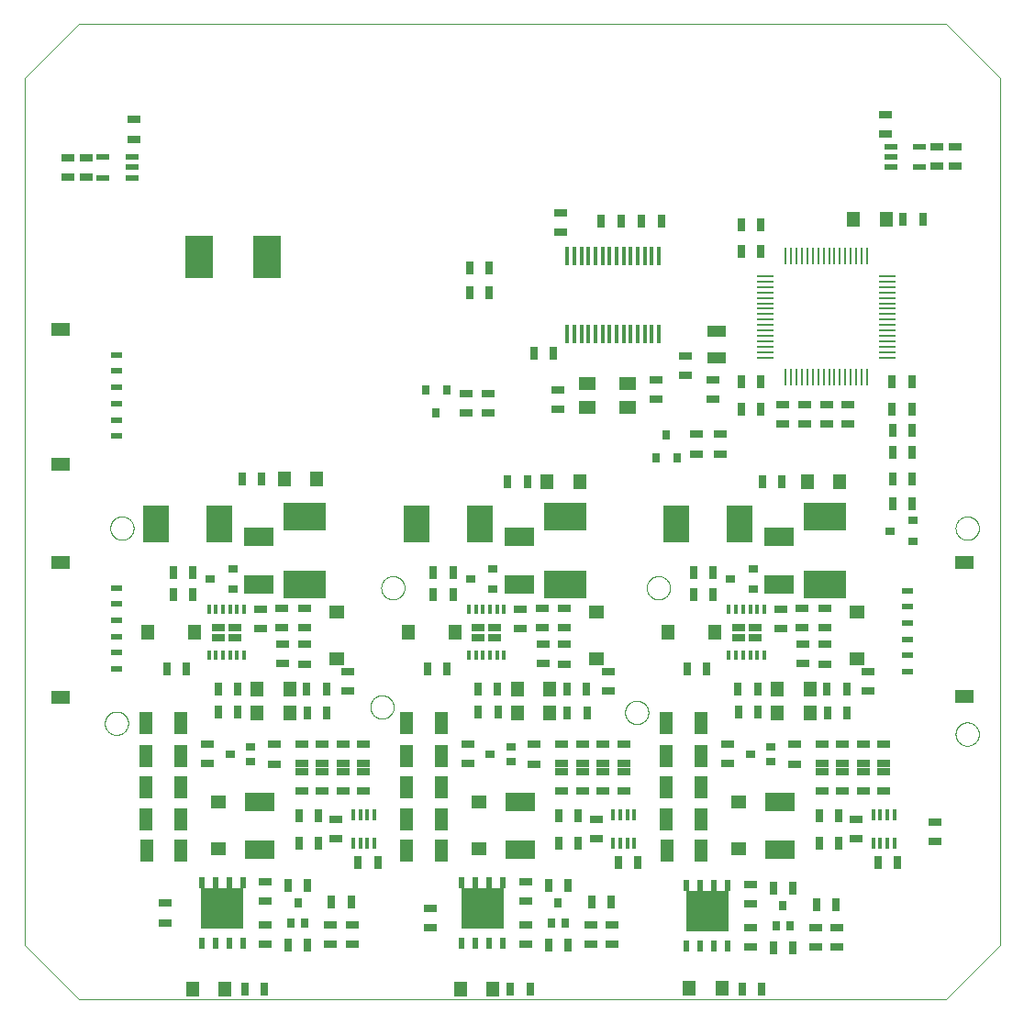
<source format=gtp>
G75*
%MOIN*%
%OFA0B0*%
%FSLAX25Y25*%
%IPPOS*%
%LPD*%
%AMOC8*
5,1,8,0,0,1.08239X$1,22.5*
%
%ADD10C,0.00000*%
%ADD11R,0.04724X0.03150*%
%ADD12R,0.03150X0.04724*%
%ADD13R,0.02756X0.03543*%
%ADD14R,0.02402X0.04016*%
%ADD15R,0.15394X0.15000*%
%ADD16R,0.04724X0.07874*%
%ADD17R,0.15748X0.09843*%
%ADD18R,0.03543X0.03150*%
%ADD19R,0.04724X0.05512*%
%ADD20R,0.03543X0.02756*%
%ADD21R,0.10630X0.07087*%
%ADD22R,0.09500X0.13500*%
%ADD23R,0.05000X0.05787*%
%ADD24R,0.05787X0.05000*%
%ADD25R,0.01654X0.03500*%
%ADD26R,0.05100X0.02806*%
%ADD27R,0.05000X0.02806*%
%ADD28R,0.01772X0.03937*%
%ADD29R,0.03937X0.02362*%
%ADD30R,0.07087X0.04921*%
%ADD31R,0.00984X0.06102*%
%ADD32R,0.06102X0.00984*%
%ADD33R,0.01575X0.06890*%
%ADD34R,0.07087X0.03937*%
%ADD35R,0.06299X0.04921*%
%ADD36R,0.03937X0.00984*%
%ADD37R,0.00984X0.03937*%
%ADD38R,0.04724X0.02362*%
%ADD39R,0.09843X0.15748*%
%ADD40R,0.03150X0.03543*%
D10*
X0025622Y0037433D02*
X0025622Y0352394D01*
X0045307Y0372079D01*
X0360268Y0372079D01*
X0379953Y0352394D01*
X0379953Y0037433D01*
X0360268Y0017748D01*
X0045307Y0017748D01*
X0025622Y0037433D01*
X0054855Y0118142D02*
X0054857Y0118272D01*
X0054863Y0118401D01*
X0054873Y0118531D01*
X0054887Y0118660D01*
X0054905Y0118788D01*
X0054926Y0118916D01*
X0054952Y0119043D01*
X0054982Y0119169D01*
X0055015Y0119295D01*
X0055052Y0119419D01*
X0055093Y0119542D01*
X0055138Y0119664D01*
X0055187Y0119784D01*
X0055239Y0119903D01*
X0055294Y0120020D01*
X0055354Y0120135D01*
X0055417Y0120249D01*
X0055483Y0120360D01*
X0055553Y0120470D01*
X0055626Y0120577D01*
X0055702Y0120682D01*
X0055781Y0120784D01*
X0055864Y0120884D01*
X0055949Y0120982D01*
X0056038Y0121077D01*
X0056129Y0121169D01*
X0056223Y0121258D01*
X0056320Y0121344D01*
X0056420Y0121427D01*
X0056521Y0121508D01*
X0056626Y0121585D01*
X0056732Y0121659D01*
X0056841Y0121729D01*
X0056952Y0121796D01*
X0057065Y0121860D01*
X0057180Y0121920D01*
X0057297Y0121977D01*
X0057415Y0122030D01*
X0057535Y0122079D01*
X0057657Y0122125D01*
X0057779Y0122167D01*
X0057903Y0122205D01*
X0058028Y0122239D01*
X0058154Y0122270D01*
X0058281Y0122297D01*
X0058409Y0122319D01*
X0058537Y0122338D01*
X0058666Y0122353D01*
X0058795Y0122364D01*
X0058925Y0122371D01*
X0059055Y0122374D01*
X0059184Y0122373D01*
X0059314Y0122368D01*
X0059443Y0122359D01*
X0059572Y0122346D01*
X0059701Y0122329D01*
X0059829Y0122308D01*
X0059956Y0122284D01*
X0060083Y0122255D01*
X0060208Y0122223D01*
X0060333Y0122186D01*
X0060456Y0122146D01*
X0060578Y0122103D01*
X0060699Y0122055D01*
X0060818Y0122004D01*
X0060936Y0121949D01*
X0061051Y0121890D01*
X0061165Y0121828D01*
X0061277Y0121763D01*
X0061387Y0121694D01*
X0061495Y0121622D01*
X0061601Y0121547D01*
X0061704Y0121468D01*
X0061805Y0121386D01*
X0061903Y0121301D01*
X0061998Y0121214D01*
X0062091Y0121123D01*
X0062181Y0121030D01*
X0062268Y0120933D01*
X0062352Y0120835D01*
X0062433Y0120733D01*
X0062511Y0120630D01*
X0062585Y0120523D01*
X0062657Y0120415D01*
X0062725Y0120305D01*
X0062789Y0120192D01*
X0062850Y0120078D01*
X0062908Y0119961D01*
X0062962Y0119844D01*
X0063012Y0119724D01*
X0063059Y0119603D01*
X0063102Y0119481D01*
X0063141Y0119357D01*
X0063176Y0119232D01*
X0063208Y0119106D01*
X0063235Y0118980D01*
X0063259Y0118852D01*
X0063279Y0118724D01*
X0063295Y0118595D01*
X0063307Y0118466D01*
X0063315Y0118336D01*
X0063319Y0118207D01*
X0063319Y0118077D01*
X0063315Y0117948D01*
X0063307Y0117818D01*
X0063295Y0117689D01*
X0063279Y0117560D01*
X0063259Y0117432D01*
X0063235Y0117304D01*
X0063208Y0117178D01*
X0063176Y0117052D01*
X0063141Y0116927D01*
X0063102Y0116803D01*
X0063059Y0116681D01*
X0063012Y0116560D01*
X0062962Y0116440D01*
X0062908Y0116323D01*
X0062850Y0116206D01*
X0062789Y0116092D01*
X0062725Y0115979D01*
X0062657Y0115869D01*
X0062585Y0115761D01*
X0062511Y0115654D01*
X0062433Y0115551D01*
X0062352Y0115449D01*
X0062268Y0115351D01*
X0062181Y0115254D01*
X0062091Y0115161D01*
X0061998Y0115070D01*
X0061903Y0114983D01*
X0061805Y0114898D01*
X0061704Y0114816D01*
X0061601Y0114737D01*
X0061495Y0114662D01*
X0061387Y0114590D01*
X0061277Y0114521D01*
X0061165Y0114456D01*
X0061051Y0114394D01*
X0060936Y0114335D01*
X0060818Y0114280D01*
X0060699Y0114229D01*
X0060578Y0114181D01*
X0060456Y0114138D01*
X0060333Y0114098D01*
X0060208Y0114061D01*
X0060083Y0114029D01*
X0059956Y0114000D01*
X0059829Y0113976D01*
X0059701Y0113955D01*
X0059572Y0113938D01*
X0059443Y0113925D01*
X0059314Y0113916D01*
X0059184Y0113911D01*
X0059055Y0113910D01*
X0058925Y0113913D01*
X0058795Y0113920D01*
X0058666Y0113931D01*
X0058537Y0113946D01*
X0058409Y0113965D01*
X0058281Y0113987D01*
X0058154Y0114014D01*
X0058028Y0114045D01*
X0057903Y0114079D01*
X0057779Y0114117D01*
X0057657Y0114159D01*
X0057535Y0114205D01*
X0057415Y0114254D01*
X0057297Y0114307D01*
X0057180Y0114364D01*
X0057065Y0114424D01*
X0056952Y0114488D01*
X0056841Y0114555D01*
X0056732Y0114625D01*
X0056626Y0114699D01*
X0056521Y0114776D01*
X0056420Y0114857D01*
X0056320Y0114940D01*
X0056223Y0115026D01*
X0056129Y0115115D01*
X0056038Y0115207D01*
X0055949Y0115302D01*
X0055864Y0115400D01*
X0055781Y0115500D01*
X0055702Y0115602D01*
X0055626Y0115707D01*
X0055553Y0115814D01*
X0055483Y0115924D01*
X0055417Y0116035D01*
X0055354Y0116149D01*
X0055294Y0116264D01*
X0055239Y0116381D01*
X0055187Y0116500D01*
X0055138Y0116620D01*
X0055093Y0116742D01*
X0055052Y0116865D01*
X0055015Y0116989D01*
X0054982Y0117115D01*
X0054952Y0117241D01*
X0054926Y0117368D01*
X0054905Y0117496D01*
X0054887Y0117624D01*
X0054873Y0117753D01*
X0054863Y0117883D01*
X0054857Y0118012D01*
X0054855Y0118142D01*
X0056823Y0189008D02*
X0056825Y0189138D01*
X0056831Y0189267D01*
X0056841Y0189397D01*
X0056855Y0189526D01*
X0056873Y0189654D01*
X0056894Y0189782D01*
X0056920Y0189909D01*
X0056950Y0190035D01*
X0056983Y0190161D01*
X0057020Y0190285D01*
X0057061Y0190408D01*
X0057106Y0190530D01*
X0057155Y0190650D01*
X0057207Y0190769D01*
X0057262Y0190886D01*
X0057322Y0191001D01*
X0057385Y0191115D01*
X0057451Y0191226D01*
X0057521Y0191336D01*
X0057594Y0191443D01*
X0057670Y0191548D01*
X0057749Y0191650D01*
X0057832Y0191750D01*
X0057917Y0191848D01*
X0058006Y0191943D01*
X0058097Y0192035D01*
X0058191Y0192124D01*
X0058288Y0192210D01*
X0058388Y0192293D01*
X0058489Y0192374D01*
X0058594Y0192451D01*
X0058700Y0192525D01*
X0058809Y0192595D01*
X0058920Y0192662D01*
X0059033Y0192726D01*
X0059148Y0192786D01*
X0059265Y0192843D01*
X0059383Y0192896D01*
X0059503Y0192945D01*
X0059625Y0192991D01*
X0059747Y0193033D01*
X0059871Y0193071D01*
X0059996Y0193105D01*
X0060122Y0193136D01*
X0060249Y0193163D01*
X0060377Y0193185D01*
X0060505Y0193204D01*
X0060634Y0193219D01*
X0060763Y0193230D01*
X0060893Y0193237D01*
X0061023Y0193240D01*
X0061152Y0193239D01*
X0061282Y0193234D01*
X0061411Y0193225D01*
X0061540Y0193212D01*
X0061669Y0193195D01*
X0061797Y0193174D01*
X0061924Y0193150D01*
X0062051Y0193121D01*
X0062176Y0193089D01*
X0062301Y0193052D01*
X0062424Y0193012D01*
X0062546Y0192969D01*
X0062667Y0192921D01*
X0062786Y0192870D01*
X0062904Y0192815D01*
X0063019Y0192756D01*
X0063133Y0192694D01*
X0063245Y0192629D01*
X0063355Y0192560D01*
X0063463Y0192488D01*
X0063569Y0192413D01*
X0063672Y0192334D01*
X0063773Y0192252D01*
X0063871Y0192167D01*
X0063966Y0192080D01*
X0064059Y0191989D01*
X0064149Y0191896D01*
X0064236Y0191799D01*
X0064320Y0191701D01*
X0064401Y0191599D01*
X0064479Y0191496D01*
X0064553Y0191389D01*
X0064625Y0191281D01*
X0064693Y0191171D01*
X0064757Y0191058D01*
X0064818Y0190944D01*
X0064876Y0190827D01*
X0064930Y0190710D01*
X0064980Y0190590D01*
X0065027Y0190469D01*
X0065070Y0190347D01*
X0065109Y0190223D01*
X0065144Y0190098D01*
X0065176Y0189972D01*
X0065203Y0189846D01*
X0065227Y0189718D01*
X0065247Y0189590D01*
X0065263Y0189461D01*
X0065275Y0189332D01*
X0065283Y0189202D01*
X0065287Y0189073D01*
X0065287Y0188943D01*
X0065283Y0188814D01*
X0065275Y0188684D01*
X0065263Y0188555D01*
X0065247Y0188426D01*
X0065227Y0188298D01*
X0065203Y0188170D01*
X0065176Y0188044D01*
X0065144Y0187918D01*
X0065109Y0187793D01*
X0065070Y0187669D01*
X0065027Y0187547D01*
X0064980Y0187426D01*
X0064930Y0187306D01*
X0064876Y0187189D01*
X0064818Y0187072D01*
X0064757Y0186958D01*
X0064693Y0186845D01*
X0064625Y0186735D01*
X0064553Y0186627D01*
X0064479Y0186520D01*
X0064401Y0186417D01*
X0064320Y0186315D01*
X0064236Y0186217D01*
X0064149Y0186120D01*
X0064059Y0186027D01*
X0063966Y0185936D01*
X0063871Y0185849D01*
X0063773Y0185764D01*
X0063672Y0185682D01*
X0063569Y0185603D01*
X0063463Y0185528D01*
X0063355Y0185456D01*
X0063245Y0185387D01*
X0063133Y0185322D01*
X0063019Y0185260D01*
X0062904Y0185201D01*
X0062786Y0185146D01*
X0062667Y0185095D01*
X0062546Y0185047D01*
X0062424Y0185004D01*
X0062301Y0184964D01*
X0062176Y0184927D01*
X0062051Y0184895D01*
X0061924Y0184866D01*
X0061797Y0184842D01*
X0061669Y0184821D01*
X0061540Y0184804D01*
X0061411Y0184791D01*
X0061282Y0184782D01*
X0061152Y0184777D01*
X0061023Y0184776D01*
X0060893Y0184779D01*
X0060763Y0184786D01*
X0060634Y0184797D01*
X0060505Y0184812D01*
X0060377Y0184831D01*
X0060249Y0184853D01*
X0060122Y0184880D01*
X0059996Y0184911D01*
X0059871Y0184945D01*
X0059747Y0184983D01*
X0059625Y0185025D01*
X0059503Y0185071D01*
X0059383Y0185120D01*
X0059265Y0185173D01*
X0059148Y0185230D01*
X0059033Y0185290D01*
X0058920Y0185354D01*
X0058809Y0185421D01*
X0058700Y0185491D01*
X0058594Y0185565D01*
X0058489Y0185642D01*
X0058388Y0185723D01*
X0058288Y0185806D01*
X0058191Y0185892D01*
X0058097Y0185981D01*
X0058006Y0186073D01*
X0057917Y0186168D01*
X0057832Y0186266D01*
X0057749Y0186366D01*
X0057670Y0186468D01*
X0057594Y0186573D01*
X0057521Y0186680D01*
X0057451Y0186790D01*
X0057385Y0186901D01*
X0057322Y0187015D01*
X0057262Y0187130D01*
X0057207Y0187247D01*
X0057155Y0187366D01*
X0057106Y0187486D01*
X0057061Y0187608D01*
X0057020Y0187731D01*
X0056983Y0187855D01*
X0056950Y0187981D01*
X0056920Y0188107D01*
X0056894Y0188234D01*
X0056873Y0188362D01*
X0056855Y0188490D01*
X0056841Y0188619D01*
X0056831Y0188749D01*
X0056825Y0188878D01*
X0056823Y0189008D01*
X0151311Y0124047D02*
X0151313Y0124177D01*
X0151319Y0124306D01*
X0151329Y0124436D01*
X0151343Y0124565D01*
X0151361Y0124693D01*
X0151382Y0124821D01*
X0151408Y0124948D01*
X0151438Y0125074D01*
X0151471Y0125200D01*
X0151508Y0125324D01*
X0151549Y0125447D01*
X0151594Y0125569D01*
X0151643Y0125689D01*
X0151695Y0125808D01*
X0151750Y0125925D01*
X0151810Y0126040D01*
X0151873Y0126154D01*
X0151939Y0126265D01*
X0152009Y0126375D01*
X0152082Y0126482D01*
X0152158Y0126587D01*
X0152237Y0126689D01*
X0152320Y0126789D01*
X0152405Y0126887D01*
X0152494Y0126982D01*
X0152585Y0127074D01*
X0152679Y0127163D01*
X0152776Y0127249D01*
X0152876Y0127332D01*
X0152977Y0127413D01*
X0153082Y0127490D01*
X0153188Y0127564D01*
X0153297Y0127634D01*
X0153408Y0127701D01*
X0153521Y0127765D01*
X0153636Y0127825D01*
X0153753Y0127882D01*
X0153871Y0127935D01*
X0153991Y0127984D01*
X0154113Y0128030D01*
X0154235Y0128072D01*
X0154359Y0128110D01*
X0154484Y0128144D01*
X0154610Y0128175D01*
X0154737Y0128202D01*
X0154865Y0128224D01*
X0154993Y0128243D01*
X0155122Y0128258D01*
X0155251Y0128269D01*
X0155381Y0128276D01*
X0155511Y0128279D01*
X0155640Y0128278D01*
X0155770Y0128273D01*
X0155899Y0128264D01*
X0156028Y0128251D01*
X0156157Y0128234D01*
X0156285Y0128213D01*
X0156412Y0128189D01*
X0156539Y0128160D01*
X0156664Y0128128D01*
X0156789Y0128091D01*
X0156912Y0128051D01*
X0157034Y0128008D01*
X0157155Y0127960D01*
X0157274Y0127909D01*
X0157392Y0127854D01*
X0157507Y0127795D01*
X0157621Y0127733D01*
X0157733Y0127668D01*
X0157843Y0127599D01*
X0157951Y0127527D01*
X0158057Y0127452D01*
X0158160Y0127373D01*
X0158261Y0127291D01*
X0158359Y0127206D01*
X0158454Y0127119D01*
X0158547Y0127028D01*
X0158637Y0126935D01*
X0158724Y0126838D01*
X0158808Y0126740D01*
X0158889Y0126638D01*
X0158967Y0126535D01*
X0159041Y0126428D01*
X0159113Y0126320D01*
X0159181Y0126210D01*
X0159245Y0126097D01*
X0159306Y0125983D01*
X0159364Y0125866D01*
X0159418Y0125749D01*
X0159468Y0125629D01*
X0159515Y0125508D01*
X0159558Y0125386D01*
X0159597Y0125262D01*
X0159632Y0125137D01*
X0159664Y0125011D01*
X0159691Y0124885D01*
X0159715Y0124757D01*
X0159735Y0124629D01*
X0159751Y0124500D01*
X0159763Y0124371D01*
X0159771Y0124241D01*
X0159775Y0124112D01*
X0159775Y0123982D01*
X0159771Y0123853D01*
X0159763Y0123723D01*
X0159751Y0123594D01*
X0159735Y0123465D01*
X0159715Y0123337D01*
X0159691Y0123209D01*
X0159664Y0123083D01*
X0159632Y0122957D01*
X0159597Y0122832D01*
X0159558Y0122708D01*
X0159515Y0122586D01*
X0159468Y0122465D01*
X0159418Y0122345D01*
X0159364Y0122228D01*
X0159306Y0122111D01*
X0159245Y0121997D01*
X0159181Y0121884D01*
X0159113Y0121774D01*
X0159041Y0121666D01*
X0158967Y0121559D01*
X0158889Y0121456D01*
X0158808Y0121354D01*
X0158724Y0121256D01*
X0158637Y0121159D01*
X0158547Y0121066D01*
X0158454Y0120975D01*
X0158359Y0120888D01*
X0158261Y0120803D01*
X0158160Y0120721D01*
X0158057Y0120642D01*
X0157951Y0120567D01*
X0157843Y0120495D01*
X0157733Y0120426D01*
X0157621Y0120361D01*
X0157507Y0120299D01*
X0157392Y0120240D01*
X0157274Y0120185D01*
X0157155Y0120134D01*
X0157034Y0120086D01*
X0156912Y0120043D01*
X0156789Y0120003D01*
X0156664Y0119966D01*
X0156539Y0119934D01*
X0156412Y0119905D01*
X0156285Y0119881D01*
X0156157Y0119860D01*
X0156028Y0119843D01*
X0155899Y0119830D01*
X0155770Y0119821D01*
X0155640Y0119816D01*
X0155511Y0119815D01*
X0155381Y0119818D01*
X0155251Y0119825D01*
X0155122Y0119836D01*
X0154993Y0119851D01*
X0154865Y0119870D01*
X0154737Y0119892D01*
X0154610Y0119919D01*
X0154484Y0119950D01*
X0154359Y0119984D01*
X0154235Y0120022D01*
X0154113Y0120064D01*
X0153991Y0120110D01*
X0153871Y0120159D01*
X0153753Y0120212D01*
X0153636Y0120269D01*
X0153521Y0120329D01*
X0153408Y0120393D01*
X0153297Y0120460D01*
X0153188Y0120530D01*
X0153082Y0120604D01*
X0152977Y0120681D01*
X0152876Y0120762D01*
X0152776Y0120845D01*
X0152679Y0120931D01*
X0152585Y0121020D01*
X0152494Y0121112D01*
X0152405Y0121207D01*
X0152320Y0121305D01*
X0152237Y0121405D01*
X0152158Y0121507D01*
X0152082Y0121612D01*
X0152009Y0121719D01*
X0151939Y0121829D01*
X0151873Y0121940D01*
X0151810Y0122054D01*
X0151750Y0122169D01*
X0151695Y0122286D01*
X0151643Y0122405D01*
X0151594Y0122525D01*
X0151549Y0122647D01*
X0151508Y0122770D01*
X0151471Y0122894D01*
X0151438Y0123020D01*
X0151408Y0123146D01*
X0151382Y0123273D01*
X0151361Y0123401D01*
X0151343Y0123529D01*
X0151329Y0123658D01*
X0151319Y0123788D01*
X0151313Y0123917D01*
X0151311Y0124047D01*
X0155248Y0167354D02*
X0155250Y0167484D01*
X0155256Y0167613D01*
X0155266Y0167743D01*
X0155280Y0167872D01*
X0155298Y0168000D01*
X0155319Y0168128D01*
X0155345Y0168255D01*
X0155375Y0168381D01*
X0155408Y0168507D01*
X0155445Y0168631D01*
X0155486Y0168754D01*
X0155531Y0168876D01*
X0155580Y0168996D01*
X0155632Y0169115D01*
X0155687Y0169232D01*
X0155747Y0169347D01*
X0155810Y0169461D01*
X0155876Y0169572D01*
X0155946Y0169682D01*
X0156019Y0169789D01*
X0156095Y0169894D01*
X0156174Y0169996D01*
X0156257Y0170096D01*
X0156342Y0170194D01*
X0156431Y0170289D01*
X0156522Y0170381D01*
X0156616Y0170470D01*
X0156713Y0170556D01*
X0156813Y0170639D01*
X0156914Y0170720D01*
X0157019Y0170797D01*
X0157125Y0170871D01*
X0157234Y0170941D01*
X0157345Y0171008D01*
X0157458Y0171072D01*
X0157573Y0171132D01*
X0157690Y0171189D01*
X0157808Y0171242D01*
X0157928Y0171291D01*
X0158050Y0171337D01*
X0158172Y0171379D01*
X0158296Y0171417D01*
X0158421Y0171451D01*
X0158547Y0171482D01*
X0158674Y0171509D01*
X0158802Y0171531D01*
X0158930Y0171550D01*
X0159059Y0171565D01*
X0159188Y0171576D01*
X0159318Y0171583D01*
X0159448Y0171586D01*
X0159577Y0171585D01*
X0159707Y0171580D01*
X0159836Y0171571D01*
X0159965Y0171558D01*
X0160094Y0171541D01*
X0160222Y0171520D01*
X0160349Y0171496D01*
X0160476Y0171467D01*
X0160601Y0171435D01*
X0160726Y0171398D01*
X0160849Y0171358D01*
X0160971Y0171315D01*
X0161092Y0171267D01*
X0161211Y0171216D01*
X0161329Y0171161D01*
X0161444Y0171102D01*
X0161558Y0171040D01*
X0161670Y0170975D01*
X0161780Y0170906D01*
X0161888Y0170834D01*
X0161994Y0170759D01*
X0162097Y0170680D01*
X0162198Y0170598D01*
X0162296Y0170513D01*
X0162391Y0170426D01*
X0162484Y0170335D01*
X0162574Y0170242D01*
X0162661Y0170145D01*
X0162745Y0170047D01*
X0162826Y0169945D01*
X0162904Y0169842D01*
X0162978Y0169735D01*
X0163050Y0169627D01*
X0163118Y0169517D01*
X0163182Y0169404D01*
X0163243Y0169290D01*
X0163301Y0169173D01*
X0163355Y0169056D01*
X0163405Y0168936D01*
X0163452Y0168815D01*
X0163495Y0168693D01*
X0163534Y0168569D01*
X0163569Y0168444D01*
X0163601Y0168318D01*
X0163628Y0168192D01*
X0163652Y0168064D01*
X0163672Y0167936D01*
X0163688Y0167807D01*
X0163700Y0167678D01*
X0163708Y0167548D01*
X0163712Y0167419D01*
X0163712Y0167289D01*
X0163708Y0167160D01*
X0163700Y0167030D01*
X0163688Y0166901D01*
X0163672Y0166772D01*
X0163652Y0166644D01*
X0163628Y0166516D01*
X0163601Y0166390D01*
X0163569Y0166264D01*
X0163534Y0166139D01*
X0163495Y0166015D01*
X0163452Y0165893D01*
X0163405Y0165772D01*
X0163355Y0165652D01*
X0163301Y0165535D01*
X0163243Y0165418D01*
X0163182Y0165304D01*
X0163118Y0165191D01*
X0163050Y0165081D01*
X0162978Y0164973D01*
X0162904Y0164866D01*
X0162826Y0164763D01*
X0162745Y0164661D01*
X0162661Y0164563D01*
X0162574Y0164466D01*
X0162484Y0164373D01*
X0162391Y0164282D01*
X0162296Y0164195D01*
X0162198Y0164110D01*
X0162097Y0164028D01*
X0161994Y0163949D01*
X0161888Y0163874D01*
X0161780Y0163802D01*
X0161670Y0163733D01*
X0161558Y0163668D01*
X0161444Y0163606D01*
X0161329Y0163547D01*
X0161211Y0163492D01*
X0161092Y0163441D01*
X0160971Y0163393D01*
X0160849Y0163350D01*
X0160726Y0163310D01*
X0160601Y0163273D01*
X0160476Y0163241D01*
X0160349Y0163212D01*
X0160222Y0163188D01*
X0160094Y0163167D01*
X0159965Y0163150D01*
X0159836Y0163137D01*
X0159707Y0163128D01*
X0159577Y0163123D01*
X0159448Y0163122D01*
X0159318Y0163125D01*
X0159188Y0163132D01*
X0159059Y0163143D01*
X0158930Y0163158D01*
X0158802Y0163177D01*
X0158674Y0163199D01*
X0158547Y0163226D01*
X0158421Y0163257D01*
X0158296Y0163291D01*
X0158172Y0163329D01*
X0158050Y0163371D01*
X0157928Y0163417D01*
X0157808Y0163466D01*
X0157690Y0163519D01*
X0157573Y0163576D01*
X0157458Y0163636D01*
X0157345Y0163700D01*
X0157234Y0163767D01*
X0157125Y0163837D01*
X0157019Y0163911D01*
X0156914Y0163988D01*
X0156813Y0164069D01*
X0156713Y0164152D01*
X0156616Y0164238D01*
X0156522Y0164327D01*
X0156431Y0164419D01*
X0156342Y0164514D01*
X0156257Y0164612D01*
X0156174Y0164712D01*
X0156095Y0164814D01*
X0156019Y0164919D01*
X0155946Y0165026D01*
X0155876Y0165136D01*
X0155810Y0165247D01*
X0155747Y0165361D01*
X0155687Y0165476D01*
X0155632Y0165593D01*
X0155580Y0165712D01*
X0155531Y0165832D01*
X0155486Y0165954D01*
X0155445Y0166077D01*
X0155408Y0166201D01*
X0155375Y0166327D01*
X0155345Y0166453D01*
X0155319Y0166580D01*
X0155298Y0166708D01*
X0155280Y0166836D01*
X0155266Y0166965D01*
X0155256Y0167095D01*
X0155250Y0167224D01*
X0155248Y0167354D01*
X0243831Y0122079D02*
X0243833Y0122209D01*
X0243839Y0122338D01*
X0243849Y0122468D01*
X0243863Y0122597D01*
X0243881Y0122725D01*
X0243902Y0122853D01*
X0243928Y0122980D01*
X0243958Y0123106D01*
X0243991Y0123232D01*
X0244028Y0123356D01*
X0244069Y0123479D01*
X0244114Y0123601D01*
X0244163Y0123721D01*
X0244215Y0123840D01*
X0244270Y0123957D01*
X0244330Y0124072D01*
X0244393Y0124186D01*
X0244459Y0124297D01*
X0244529Y0124407D01*
X0244602Y0124514D01*
X0244678Y0124619D01*
X0244757Y0124721D01*
X0244840Y0124821D01*
X0244925Y0124919D01*
X0245014Y0125014D01*
X0245105Y0125106D01*
X0245199Y0125195D01*
X0245296Y0125281D01*
X0245396Y0125364D01*
X0245497Y0125445D01*
X0245602Y0125522D01*
X0245708Y0125596D01*
X0245817Y0125666D01*
X0245928Y0125733D01*
X0246041Y0125797D01*
X0246156Y0125857D01*
X0246273Y0125914D01*
X0246391Y0125967D01*
X0246511Y0126016D01*
X0246633Y0126062D01*
X0246755Y0126104D01*
X0246879Y0126142D01*
X0247004Y0126176D01*
X0247130Y0126207D01*
X0247257Y0126234D01*
X0247385Y0126256D01*
X0247513Y0126275D01*
X0247642Y0126290D01*
X0247771Y0126301D01*
X0247901Y0126308D01*
X0248031Y0126311D01*
X0248160Y0126310D01*
X0248290Y0126305D01*
X0248419Y0126296D01*
X0248548Y0126283D01*
X0248677Y0126266D01*
X0248805Y0126245D01*
X0248932Y0126221D01*
X0249059Y0126192D01*
X0249184Y0126160D01*
X0249309Y0126123D01*
X0249432Y0126083D01*
X0249554Y0126040D01*
X0249675Y0125992D01*
X0249794Y0125941D01*
X0249912Y0125886D01*
X0250027Y0125827D01*
X0250141Y0125765D01*
X0250253Y0125700D01*
X0250363Y0125631D01*
X0250471Y0125559D01*
X0250577Y0125484D01*
X0250680Y0125405D01*
X0250781Y0125323D01*
X0250879Y0125238D01*
X0250974Y0125151D01*
X0251067Y0125060D01*
X0251157Y0124967D01*
X0251244Y0124870D01*
X0251328Y0124772D01*
X0251409Y0124670D01*
X0251487Y0124567D01*
X0251561Y0124460D01*
X0251633Y0124352D01*
X0251701Y0124242D01*
X0251765Y0124129D01*
X0251826Y0124015D01*
X0251884Y0123898D01*
X0251938Y0123781D01*
X0251988Y0123661D01*
X0252035Y0123540D01*
X0252078Y0123418D01*
X0252117Y0123294D01*
X0252152Y0123169D01*
X0252184Y0123043D01*
X0252211Y0122917D01*
X0252235Y0122789D01*
X0252255Y0122661D01*
X0252271Y0122532D01*
X0252283Y0122403D01*
X0252291Y0122273D01*
X0252295Y0122144D01*
X0252295Y0122014D01*
X0252291Y0121885D01*
X0252283Y0121755D01*
X0252271Y0121626D01*
X0252255Y0121497D01*
X0252235Y0121369D01*
X0252211Y0121241D01*
X0252184Y0121115D01*
X0252152Y0120989D01*
X0252117Y0120864D01*
X0252078Y0120740D01*
X0252035Y0120618D01*
X0251988Y0120497D01*
X0251938Y0120377D01*
X0251884Y0120260D01*
X0251826Y0120143D01*
X0251765Y0120029D01*
X0251701Y0119916D01*
X0251633Y0119806D01*
X0251561Y0119698D01*
X0251487Y0119591D01*
X0251409Y0119488D01*
X0251328Y0119386D01*
X0251244Y0119288D01*
X0251157Y0119191D01*
X0251067Y0119098D01*
X0250974Y0119007D01*
X0250879Y0118920D01*
X0250781Y0118835D01*
X0250680Y0118753D01*
X0250577Y0118674D01*
X0250471Y0118599D01*
X0250363Y0118527D01*
X0250253Y0118458D01*
X0250141Y0118393D01*
X0250027Y0118331D01*
X0249912Y0118272D01*
X0249794Y0118217D01*
X0249675Y0118166D01*
X0249554Y0118118D01*
X0249432Y0118075D01*
X0249309Y0118035D01*
X0249184Y0117998D01*
X0249059Y0117966D01*
X0248932Y0117937D01*
X0248805Y0117913D01*
X0248677Y0117892D01*
X0248548Y0117875D01*
X0248419Y0117862D01*
X0248290Y0117853D01*
X0248160Y0117848D01*
X0248031Y0117847D01*
X0247901Y0117850D01*
X0247771Y0117857D01*
X0247642Y0117868D01*
X0247513Y0117883D01*
X0247385Y0117902D01*
X0247257Y0117924D01*
X0247130Y0117951D01*
X0247004Y0117982D01*
X0246879Y0118016D01*
X0246755Y0118054D01*
X0246633Y0118096D01*
X0246511Y0118142D01*
X0246391Y0118191D01*
X0246273Y0118244D01*
X0246156Y0118301D01*
X0246041Y0118361D01*
X0245928Y0118425D01*
X0245817Y0118492D01*
X0245708Y0118562D01*
X0245602Y0118636D01*
X0245497Y0118713D01*
X0245396Y0118794D01*
X0245296Y0118877D01*
X0245199Y0118963D01*
X0245105Y0119052D01*
X0245014Y0119144D01*
X0244925Y0119239D01*
X0244840Y0119337D01*
X0244757Y0119437D01*
X0244678Y0119539D01*
X0244602Y0119644D01*
X0244529Y0119751D01*
X0244459Y0119861D01*
X0244393Y0119972D01*
X0244330Y0120086D01*
X0244270Y0120201D01*
X0244215Y0120318D01*
X0244163Y0120437D01*
X0244114Y0120557D01*
X0244069Y0120679D01*
X0244028Y0120802D01*
X0243991Y0120926D01*
X0243958Y0121052D01*
X0243928Y0121178D01*
X0243902Y0121305D01*
X0243881Y0121433D01*
X0243863Y0121561D01*
X0243849Y0121690D01*
X0243839Y0121820D01*
X0243833Y0121949D01*
X0243831Y0122079D01*
X0251705Y0167354D02*
X0251707Y0167484D01*
X0251713Y0167613D01*
X0251723Y0167743D01*
X0251737Y0167872D01*
X0251755Y0168000D01*
X0251776Y0168128D01*
X0251802Y0168255D01*
X0251832Y0168381D01*
X0251865Y0168507D01*
X0251902Y0168631D01*
X0251943Y0168754D01*
X0251988Y0168876D01*
X0252037Y0168996D01*
X0252089Y0169115D01*
X0252144Y0169232D01*
X0252204Y0169347D01*
X0252267Y0169461D01*
X0252333Y0169572D01*
X0252403Y0169682D01*
X0252476Y0169789D01*
X0252552Y0169894D01*
X0252631Y0169996D01*
X0252714Y0170096D01*
X0252799Y0170194D01*
X0252888Y0170289D01*
X0252979Y0170381D01*
X0253073Y0170470D01*
X0253170Y0170556D01*
X0253270Y0170639D01*
X0253371Y0170720D01*
X0253476Y0170797D01*
X0253582Y0170871D01*
X0253691Y0170941D01*
X0253802Y0171008D01*
X0253915Y0171072D01*
X0254030Y0171132D01*
X0254147Y0171189D01*
X0254265Y0171242D01*
X0254385Y0171291D01*
X0254507Y0171337D01*
X0254629Y0171379D01*
X0254753Y0171417D01*
X0254878Y0171451D01*
X0255004Y0171482D01*
X0255131Y0171509D01*
X0255259Y0171531D01*
X0255387Y0171550D01*
X0255516Y0171565D01*
X0255645Y0171576D01*
X0255775Y0171583D01*
X0255905Y0171586D01*
X0256034Y0171585D01*
X0256164Y0171580D01*
X0256293Y0171571D01*
X0256422Y0171558D01*
X0256551Y0171541D01*
X0256679Y0171520D01*
X0256806Y0171496D01*
X0256933Y0171467D01*
X0257058Y0171435D01*
X0257183Y0171398D01*
X0257306Y0171358D01*
X0257428Y0171315D01*
X0257549Y0171267D01*
X0257668Y0171216D01*
X0257786Y0171161D01*
X0257901Y0171102D01*
X0258015Y0171040D01*
X0258127Y0170975D01*
X0258237Y0170906D01*
X0258345Y0170834D01*
X0258451Y0170759D01*
X0258554Y0170680D01*
X0258655Y0170598D01*
X0258753Y0170513D01*
X0258848Y0170426D01*
X0258941Y0170335D01*
X0259031Y0170242D01*
X0259118Y0170145D01*
X0259202Y0170047D01*
X0259283Y0169945D01*
X0259361Y0169842D01*
X0259435Y0169735D01*
X0259507Y0169627D01*
X0259575Y0169517D01*
X0259639Y0169404D01*
X0259700Y0169290D01*
X0259758Y0169173D01*
X0259812Y0169056D01*
X0259862Y0168936D01*
X0259909Y0168815D01*
X0259952Y0168693D01*
X0259991Y0168569D01*
X0260026Y0168444D01*
X0260058Y0168318D01*
X0260085Y0168192D01*
X0260109Y0168064D01*
X0260129Y0167936D01*
X0260145Y0167807D01*
X0260157Y0167678D01*
X0260165Y0167548D01*
X0260169Y0167419D01*
X0260169Y0167289D01*
X0260165Y0167160D01*
X0260157Y0167030D01*
X0260145Y0166901D01*
X0260129Y0166772D01*
X0260109Y0166644D01*
X0260085Y0166516D01*
X0260058Y0166390D01*
X0260026Y0166264D01*
X0259991Y0166139D01*
X0259952Y0166015D01*
X0259909Y0165893D01*
X0259862Y0165772D01*
X0259812Y0165652D01*
X0259758Y0165535D01*
X0259700Y0165418D01*
X0259639Y0165304D01*
X0259575Y0165191D01*
X0259507Y0165081D01*
X0259435Y0164973D01*
X0259361Y0164866D01*
X0259283Y0164763D01*
X0259202Y0164661D01*
X0259118Y0164563D01*
X0259031Y0164466D01*
X0258941Y0164373D01*
X0258848Y0164282D01*
X0258753Y0164195D01*
X0258655Y0164110D01*
X0258554Y0164028D01*
X0258451Y0163949D01*
X0258345Y0163874D01*
X0258237Y0163802D01*
X0258127Y0163733D01*
X0258015Y0163668D01*
X0257901Y0163606D01*
X0257786Y0163547D01*
X0257668Y0163492D01*
X0257549Y0163441D01*
X0257428Y0163393D01*
X0257306Y0163350D01*
X0257183Y0163310D01*
X0257058Y0163273D01*
X0256933Y0163241D01*
X0256806Y0163212D01*
X0256679Y0163188D01*
X0256551Y0163167D01*
X0256422Y0163150D01*
X0256293Y0163137D01*
X0256164Y0163128D01*
X0256034Y0163123D01*
X0255905Y0163122D01*
X0255775Y0163125D01*
X0255645Y0163132D01*
X0255516Y0163143D01*
X0255387Y0163158D01*
X0255259Y0163177D01*
X0255131Y0163199D01*
X0255004Y0163226D01*
X0254878Y0163257D01*
X0254753Y0163291D01*
X0254629Y0163329D01*
X0254507Y0163371D01*
X0254385Y0163417D01*
X0254265Y0163466D01*
X0254147Y0163519D01*
X0254030Y0163576D01*
X0253915Y0163636D01*
X0253802Y0163700D01*
X0253691Y0163767D01*
X0253582Y0163837D01*
X0253476Y0163911D01*
X0253371Y0163988D01*
X0253270Y0164069D01*
X0253170Y0164152D01*
X0253073Y0164238D01*
X0252979Y0164327D01*
X0252888Y0164419D01*
X0252799Y0164514D01*
X0252714Y0164612D01*
X0252631Y0164712D01*
X0252552Y0164814D01*
X0252476Y0164919D01*
X0252403Y0165026D01*
X0252333Y0165136D01*
X0252267Y0165247D01*
X0252204Y0165361D01*
X0252144Y0165476D01*
X0252089Y0165593D01*
X0252037Y0165712D01*
X0251988Y0165832D01*
X0251943Y0165954D01*
X0251902Y0166077D01*
X0251865Y0166201D01*
X0251832Y0166327D01*
X0251802Y0166453D01*
X0251776Y0166580D01*
X0251755Y0166708D01*
X0251737Y0166836D01*
X0251723Y0166965D01*
X0251713Y0167095D01*
X0251707Y0167224D01*
X0251705Y0167354D01*
X0363910Y0189008D02*
X0363912Y0189138D01*
X0363918Y0189267D01*
X0363928Y0189397D01*
X0363942Y0189526D01*
X0363960Y0189654D01*
X0363981Y0189782D01*
X0364007Y0189909D01*
X0364037Y0190035D01*
X0364070Y0190161D01*
X0364107Y0190285D01*
X0364148Y0190408D01*
X0364193Y0190530D01*
X0364242Y0190650D01*
X0364294Y0190769D01*
X0364349Y0190886D01*
X0364409Y0191001D01*
X0364472Y0191115D01*
X0364538Y0191226D01*
X0364608Y0191336D01*
X0364681Y0191443D01*
X0364757Y0191548D01*
X0364836Y0191650D01*
X0364919Y0191750D01*
X0365004Y0191848D01*
X0365093Y0191943D01*
X0365184Y0192035D01*
X0365278Y0192124D01*
X0365375Y0192210D01*
X0365475Y0192293D01*
X0365576Y0192374D01*
X0365681Y0192451D01*
X0365787Y0192525D01*
X0365896Y0192595D01*
X0366007Y0192662D01*
X0366120Y0192726D01*
X0366235Y0192786D01*
X0366352Y0192843D01*
X0366470Y0192896D01*
X0366590Y0192945D01*
X0366712Y0192991D01*
X0366834Y0193033D01*
X0366958Y0193071D01*
X0367083Y0193105D01*
X0367209Y0193136D01*
X0367336Y0193163D01*
X0367464Y0193185D01*
X0367592Y0193204D01*
X0367721Y0193219D01*
X0367850Y0193230D01*
X0367980Y0193237D01*
X0368110Y0193240D01*
X0368239Y0193239D01*
X0368369Y0193234D01*
X0368498Y0193225D01*
X0368627Y0193212D01*
X0368756Y0193195D01*
X0368884Y0193174D01*
X0369011Y0193150D01*
X0369138Y0193121D01*
X0369263Y0193089D01*
X0369388Y0193052D01*
X0369511Y0193012D01*
X0369633Y0192969D01*
X0369754Y0192921D01*
X0369873Y0192870D01*
X0369991Y0192815D01*
X0370106Y0192756D01*
X0370220Y0192694D01*
X0370332Y0192629D01*
X0370442Y0192560D01*
X0370550Y0192488D01*
X0370656Y0192413D01*
X0370759Y0192334D01*
X0370860Y0192252D01*
X0370958Y0192167D01*
X0371053Y0192080D01*
X0371146Y0191989D01*
X0371236Y0191896D01*
X0371323Y0191799D01*
X0371407Y0191701D01*
X0371488Y0191599D01*
X0371566Y0191496D01*
X0371640Y0191389D01*
X0371712Y0191281D01*
X0371780Y0191171D01*
X0371844Y0191058D01*
X0371905Y0190944D01*
X0371963Y0190827D01*
X0372017Y0190710D01*
X0372067Y0190590D01*
X0372114Y0190469D01*
X0372157Y0190347D01*
X0372196Y0190223D01*
X0372231Y0190098D01*
X0372263Y0189972D01*
X0372290Y0189846D01*
X0372314Y0189718D01*
X0372334Y0189590D01*
X0372350Y0189461D01*
X0372362Y0189332D01*
X0372370Y0189202D01*
X0372374Y0189073D01*
X0372374Y0188943D01*
X0372370Y0188814D01*
X0372362Y0188684D01*
X0372350Y0188555D01*
X0372334Y0188426D01*
X0372314Y0188298D01*
X0372290Y0188170D01*
X0372263Y0188044D01*
X0372231Y0187918D01*
X0372196Y0187793D01*
X0372157Y0187669D01*
X0372114Y0187547D01*
X0372067Y0187426D01*
X0372017Y0187306D01*
X0371963Y0187189D01*
X0371905Y0187072D01*
X0371844Y0186958D01*
X0371780Y0186845D01*
X0371712Y0186735D01*
X0371640Y0186627D01*
X0371566Y0186520D01*
X0371488Y0186417D01*
X0371407Y0186315D01*
X0371323Y0186217D01*
X0371236Y0186120D01*
X0371146Y0186027D01*
X0371053Y0185936D01*
X0370958Y0185849D01*
X0370860Y0185764D01*
X0370759Y0185682D01*
X0370656Y0185603D01*
X0370550Y0185528D01*
X0370442Y0185456D01*
X0370332Y0185387D01*
X0370220Y0185322D01*
X0370106Y0185260D01*
X0369991Y0185201D01*
X0369873Y0185146D01*
X0369754Y0185095D01*
X0369633Y0185047D01*
X0369511Y0185004D01*
X0369388Y0184964D01*
X0369263Y0184927D01*
X0369138Y0184895D01*
X0369011Y0184866D01*
X0368884Y0184842D01*
X0368756Y0184821D01*
X0368627Y0184804D01*
X0368498Y0184791D01*
X0368369Y0184782D01*
X0368239Y0184777D01*
X0368110Y0184776D01*
X0367980Y0184779D01*
X0367850Y0184786D01*
X0367721Y0184797D01*
X0367592Y0184812D01*
X0367464Y0184831D01*
X0367336Y0184853D01*
X0367209Y0184880D01*
X0367083Y0184911D01*
X0366958Y0184945D01*
X0366834Y0184983D01*
X0366712Y0185025D01*
X0366590Y0185071D01*
X0366470Y0185120D01*
X0366352Y0185173D01*
X0366235Y0185230D01*
X0366120Y0185290D01*
X0366007Y0185354D01*
X0365896Y0185421D01*
X0365787Y0185491D01*
X0365681Y0185565D01*
X0365576Y0185642D01*
X0365475Y0185723D01*
X0365375Y0185806D01*
X0365278Y0185892D01*
X0365184Y0185981D01*
X0365093Y0186073D01*
X0365004Y0186168D01*
X0364919Y0186266D01*
X0364836Y0186366D01*
X0364757Y0186468D01*
X0364681Y0186573D01*
X0364608Y0186680D01*
X0364538Y0186790D01*
X0364472Y0186901D01*
X0364409Y0187015D01*
X0364349Y0187130D01*
X0364294Y0187247D01*
X0364242Y0187366D01*
X0364193Y0187486D01*
X0364148Y0187608D01*
X0364107Y0187731D01*
X0364070Y0187855D01*
X0364037Y0187981D01*
X0364007Y0188107D01*
X0363981Y0188234D01*
X0363960Y0188362D01*
X0363942Y0188490D01*
X0363928Y0188619D01*
X0363918Y0188749D01*
X0363912Y0188878D01*
X0363910Y0189008D01*
X0363910Y0114205D02*
X0363912Y0114335D01*
X0363918Y0114464D01*
X0363928Y0114594D01*
X0363942Y0114723D01*
X0363960Y0114851D01*
X0363981Y0114979D01*
X0364007Y0115106D01*
X0364037Y0115232D01*
X0364070Y0115358D01*
X0364107Y0115482D01*
X0364148Y0115605D01*
X0364193Y0115727D01*
X0364242Y0115847D01*
X0364294Y0115966D01*
X0364349Y0116083D01*
X0364409Y0116198D01*
X0364472Y0116312D01*
X0364538Y0116423D01*
X0364608Y0116533D01*
X0364681Y0116640D01*
X0364757Y0116745D01*
X0364836Y0116847D01*
X0364919Y0116947D01*
X0365004Y0117045D01*
X0365093Y0117140D01*
X0365184Y0117232D01*
X0365278Y0117321D01*
X0365375Y0117407D01*
X0365475Y0117490D01*
X0365576Y0117571D01*
X0365681Y0117648D01*
X0365787Y0117722D01*
X0365896Y0117792D01*
X0366007Y0117859D01*
X0366120Y0117923D01*
X0366235Y0117983D01*
X0366352Y0118040D01*
X0366470Y0118093D01*
X0366590Y0118142D01*
X0366712Y0118188D01*
X0366834Y0118230D01*
X0366958Y0118268D01*
X0367083Y0118302D01*
X0367209Y0118333D01*
X0367336Y0118360D01*
X0367464Y0118382D01*
X0367592Y0118401D01*
X0367721Y0118416D01*
X0367850Y0118427D01*
X0367980Y0118434D01*
X0368110Y0118437D01*
X0368239Y0118436D01*
X0368369Y0118431D01*
X0368498Y0118422D01*
X0368627Y0118409D01*
X0368756Y0118392D01*
X0368884Y0118371D01*
X0369011Y0118347D01*
X0369138Y0118318D01*
X0369263Y0118286D01*
X0369388Y0118249D01*
X0369511Y0118209D01*
X0369633Y0118166D01*
X0369754Y0118118D01*
X0369873Y0118067D01*
X0369991Y0118012D01*
X0370106Y0117953D01*
X0370220Y0117891D01*
X0370332Y0117826D01*
X0370442Y0117757D01*
X0370550Y0117685D01*
X0370656Y0117610D01*
X0370759Y0117531D01*
X0370860Y0117449D01*
X0370958Y0117364D01*
X0371053Y0117277D01*
X0371146Y0117186D01*
X0371236Y0117093D01*
X0371323Y0116996D01*
X0371407Y0116898D01*
X0371488Y0116796D01*
X0371566Y0116693D01*
X0371640Y0116586D01*
X0371712Y0116478D01*
X0371780Y0116368D01*
X0371844Y0116255D01*
X0371905Y0116141D01*
X0371963Y0116024D01*
X0372017Y0115907D01*
X0372067Y0115787D01*
X0372114Y0115666D01*
X0372157Y0115544D01*
X0372196Y0115420D01*
X0372231Y0115295D01*
X0372263Y0115169D01*
X0372290Y0115043D01*
X0372314Y0114915D01*
X0372334Y0114787D01*
X0372350Y0114658D01*
X0372362Y0114529D01*
X0372370Y0114399D01*
X0372374Y0114270D01*
X0372374Y0114140D01*
X0372370Y0114011D01*
X0372362Y0113881D01*
X0372350Y0113752D01*
X0372334Y0113623D01*
X0372314Y0113495D01*
X0372290Y0113367D01*
X0372263Y0113241D01*
X0372231Y0113115D01*
X0372196Y0112990D01*
X0372157Y0112866D01*
X0372114Y0112744D01*
X0372067Y0112623D01*
X0372017Y0112503D01*
X0371963Y0112386D01*
X0371905Y0112269D01*
X0371844Y0112155D01*
X0371780Y0112042D01*
X0371712Y0111932D01*
X0371640Y0111824D01*
X0371566Y0111717D01*
X0371488Y0111614D01*
X0371407Y0111512D01*
X0371323Y0111414D01*
X0371236Y0111317D01*
X0371146Y0111224D01*
X0371053Y0111133D01*
X0370958Y0111046D01*
X0370860Y0110961D01*
X0370759Y0110879D01*
X0370656Y0110800D01*
X0370550Y0110725D01*
X0370442Y0110653D01*
X0370332Y0110584D01*
X0370220Y0110519D01*
X0370106Y0110457D01*
X0369991Y0110398D01*
X0369873Y0110343D01*
X0369754Y0110292D01*
X0369633Y0110244D01*
X0369511Y0110201D01*
X0369388Y0110161D01*
X0369263Y0110124D01*
X0369138Y0110092D01*
X0369011Y0110063D01*
X0368884Y0110039D01*
X0368756Y0110018D01*
X0368627Y0110001D01*
X0368498Y0109988D01*
X0368369Y0109979D01*
X0368239Y0109974D01*
X0368110Y0109973D01*
X0367980Y0109976D01*
X0367850Y0109983D01*
X0367721Y0109994D01*
X0367592Y0110009D01*
X0367464Y0110028D01*
X0367336Y0110050D01*
X0367209Y0110077D01*
X0367083Y0110108D01*
X0366958Y0110142D01*
X0366834Y0110180D01*
X0366712Y0110222D01*
X0366590Y0110268D01*
X0366470Y0110317D01*
X0366352Y0110370D01*
X0366235Y0110427D01*
X0366120Y0110487D01*
X0366007Y0110551D01*
X0365896Y0110618D01*
X0365787Y0110688D01*
X0365681Y0110762D01*
X0365576Y0110839D01*
X0365475Y0110920D01*
X0365375Y0111003D01*
X0365278Y0111089D01*
X0365184Y0111178D01*
X0365093Y0111270D01*
X0365004Y0111365D01*
X0364919Y0111463D01*
X0364836Y0111563D01*
X0364757Y0111665D01*
X0364681Y0111770D01*
X0364608Y0111877D01*
X0364538Y0111987D01*
X0364472Y0112098D01*
X0364409Y0112212D01*
X0364349Y0112327D01*
X0364294Y0112444D01*
X0364242Y0112563D01*
X0364193Y0112683D01*
X0364148Y0112805D01*
X0364107Y0112928D01*
X0364070Y0113052D01*
X0364037Y0113178D01*
X0364007Y0113304D01*
X0363981Y0113431D01*
X0363960Y0113559D01*
X0363942Y0113687D01*
X0363928Y0113816D01*
X0363918Y0113946D01*
X0363912Y0114075D01*
X0363910Y0114205D01*
D11*
X0337866Y0110720D03*
X0337866Y0103634D03*
X0337866Y0100720D03*
X0337866Y0093634D03*
X0330366Y0093634D03*
X0330366Y0100720D03*
X0330366Y0103634D03*
X0330366Y0110720D03*
X0322866Y0110720D03*
X0315366Y0110720D03*
X0315366Y0103634D03*
X0315366Y0100720D03*
X0322866Y0100720D03*
X0322866Y0103634D03*
X0322866Y0093634D03*
X0315366Y0093634D03*
X0305307Y0103378D03*
X0305307Y0110465D03*
X0281173Y0110583D03*
X0281173Y0103496D03*
X0243378Y0103634D03*
X0243378Y0100720D03*
X0243378Y0093634D03*
X0235878Y0093634D03*
X0235878Y0100720D03*
X0235878Y0103634D03*
X0235878Y0110720D03*
X0243378Y0110720D03*
X0228378Y0110720D03*
X0220878Y0110720D03*
X0220878Y0103634D03*
X0220878Y0100720D03*
X0228378Y0100720D03*
X0228378Y0103634D03*
X0228378Y0093634D03*
X0220878Y0093634D03*
X0210819Y0103378D03*
X0210819Y0110465D03*
X0186685Y0110583D03*
X0186685Y0103496D03*
X0148890Y0103634D03*
X0148890Y0100720D03*
X0148890Y0093634D03*
X0141390Y0093634D03*
X0133890Y0093634D03*
X0133890Y0100720D03*
X0133890Y0103634D03*
X0141390Y0103634D03*
X0141390Y0100720D03*
X0141390Y0110720D03*
X0133890Y0110720D03*
X0126390Y0110720D03*
X0126390Y0103634D03*
X0126390Y0100720D03*
X0126390Y0093634D03*
X0116331Y0103378D03*
X0116331Y0110465D03*
X0092197Y0110583D03*
X0092197Y0103496D03*
X0119453Y0139874D03*
X0119453Y0146961D03*
X0119224Y0152799D03*
X0119224Y0159886D03*
X0111402Y0159709D03*
X0111402Y0152622D03*
X0127335Y0152799D03*
X0127327Y0146764D03*
X0127327Y0139677D03*
X0143220Y0136961D03*
X0143220Y0129874D03*
X0148890Y0110720D03*
X0138890Y0083220D03*
X0138890Y0076134D03*
X0113220Y0060661D03*
X0113220Y0053575D03*
X0113220Y0044913D03*
X0113220Y0037827D03*
X0136843Y0037827D03*
X0136843Y0044913D03*
X0144717Y0044913D03*
X0144717Y0037827D03*
X0173260Y0043732D03*
X0173260Y0050819D03*
X0207709Y0053575D03*
X0207709Y0060661D03*
X0207709Y0044913D03*
X0207709Y0037827D03*
X0231331Y0037827D03*
X0231331Y0044913D03*
X0239205Y0044913D03*
X0239205Y0037827D03*
X0233378Y0076134D03*
X0233378Y0083220D03*
X0237709Y0129874D03*
X0237709Y0136961D03*
X0221815Y0139677D03*
X0221815Y0146764D03*
X0221823Y0152799D03*
X0221823Y0159886D03*
X0213713Y0159886D03*
X0213713Y0152799D03*
X0213941Y0146961D03*
X0213941Y0139874D03*
X0205890Y0152622D03*
X0205890Y0159709D03*
X0269717Y0215976D03*
X0269717Y0223063D03*
X0278575Y0223063D03*
X0278575Y0215976D03*
X0275622Y0235740D03*
X0275622Y0242827D03*
X0265780Y0244598D03*
X0265780Y0251685D03*
X0254953Y0242827D03*
X0254953Y0235740D03*
X0219520Y0239224D03*
X0219520Y0232138D03*
X0193929Y0230740D03*
X0193929Y0237827D03*
X0186055Y0237827D03*
X0186055Y0230740D03*
X0220504Y0296606D03*
X0220504Y0303693D03*
X0301213Y0233890D03*
X0301213Y0226803D03*
X0309087Y0226803D03*
X0309087Y0233890D03*
X0316961Y0233890D03*
X0316961Y0226803D03*
X0324835Y0226803D03*
X0324835Y0233890D03*
X0316311Y0159886D03*
X0316311Y0152799D03*
X0316303Y0146764D03*
X0316303Y0139677D03*
X0308429Y0139874D03*
X0308429Y0146961D03*
X0308201Y0152799D03*
X0308201Y0159886D03*
X0300378Y0159709D03*
X0300378Y0152622D03*
X0332197Y0136961D03*
X0332197Y0129874D03*
X0327866Y0083220D03*
X0327866Y0076134D03*
X0356331Y0075228D03*
X0356331Y0082315D03*
X0320898Y0043929D03*
X0320898Y0036843D03*
X0313024Y0036843D03*
X0313024Y0043929D03*
X0289402Y0043929D03*
X0289402Y0036843D03*
X0289402Y0052591D03*
X0289402Y0059677D03*
X0127335Y0159886D03*
X0076803Y0052787D03*
X0076803Y0045701D03*
X0048093Y0316577D03*
X0048093Y0323663D03*
X0041343Y0323663D03*
X0041343Y0316577D03*
X0065593Y0330327D03*
X0065593Y0337413D03*
X0338352Y0339272D03*
X0338352Y0332185D03*
X0357102Y0327522D03*
X0357102Y0320435D03*
X0363852Y0320435D03*
X0363852Y0327522D03*
D12*
X0352000Y0301213D03*
X0344913Y0301213D03*
X0293024Y0299244D03*
X0285937Y0299244D03*
X0285937Y0289402D03*
X0293024Y0289402D03*
X0256941Y0300720D03*
X0249854Y0300720D03*
X0242335Y0300720D03*
X0235248Y0300720D03*
X0194520Y0283496D03*
X0187433Y0283496D03*
X0187433Y0274638D03*
X0194520Y0274638D03*
X0210642Y0252492D03*
X0217728Y0252492D03*
X0208299Y0205740D03*
X0201213Y0205740D03*
X0181283Y0172846D03*
X0174197Y0172846D03*
X0174197Y0164953D03*
X0181283Y0164953D03*
X0179047Y0137945D03*
X0171961Y0137945D03*
X0190425Y0130583D03*
X0197512Y0130583D03*
X0197630Y0122118D03*
X0190543Y0122118D03*
X0222906Y0121961D03*
X0229992Y0121961D03*
X0229795Y0130701D03*
X0222709Y0130701D03*
X0266449Y0137945D03*
X0273535Y0137945D03*
X0284913Y0130583D03*
X0292000Y0130583D03*
X0292118Y0122118D03*
X0285031Y0122118D03*
X0317394Y0121961D03*
X0324480Y0121961D03*
X0324283Y0130701D03*
X0317197Y0130701D03*
X0275772Y0164953D03*
X0268685Y0164953D03*
X0268685Y0172846D03*
X0275772Y0172846D03*
X0293732Y0205740D03*
X0300819Y0205740D03*
X0293024Y0232315D03*
X0285937Y0232315D03*
X0285937Y0242157D03*
X0293024Y0242157D03*
X0340898Y0242157D03*
X0347984Y0242157D03*
X0347984Y0232315D03*
X0340898Y0232315D03*
X0340976Y0224441D03*
X0348063Y0224441D03*
X0348063Y0216567D03*
X0340976Y0216567D03*
X0340976Y0206724D03*
X0348063Y0206724D03*
X0348063Y0197866D03*
X0340976Y0197866D03*
X0321409Y0084677D03*
X0314323Y0084677D03*
X0314323Y0074677D03*
X0321409Y0074677D03*
X0335823Y0067677D03*
X0342909Y0067677D03*
X0320504Y0052197D03*
X0313417Y0052197D03*
X0304756Y0058102D03*
X0297669Y0058102D03*
X0297669Y0036449D03*
X0304756Y0036449D03*
X0293378Y0021528D03*
X0286291Y0021528D03*
X0238811Y0053181D03*
X0231724Y0053181D03*
X0223063Y0059087D03*
X0215976Y0059087D03*
X0219835Y0074677D03*
X0226921Y0074677D03*
X0226921Y0084677D03*
X0219835Y0084677D03*
X0241335Y0067677D03*
X0248421Y0067677D03*
X0223063Y0037433D03*
X0215976Y0037433D03*
X0209283Y0021685D03*
X0202197Y0021685D03*
X0153933Y0067677D03*
X0146846Y0067677D03*
X0144323Y0053181D03*
X0137236Y0053181D03*
X0128575Y0059087D03*
X0121488Y0059087D03*
X0125346Y0074677D03*
X0132433Y0074677D03*
X0132433Y0084677D03*
X0125346Y0084677D03*
X0128417Y0121961D03*
X0135504Y0121961D03*
X0135307Y0130701D03*
X0128220Y0130701D03*
X0103024Y0130583D03*
X0095937Y0130583D03*
X0096055Y0122118D03*
X0103142Y0122118D03*
X0084559Y0137945D03*
X0077472Y0137945D03*
X0079709Y0164953D03*
X0086795Y0164953D03*
X0086795Y0172846D03*
X0079709Y0172846D03*
X0104756Y0206724D03*
X0111843Y0206724D03*
X0121488Y0037433D03*
X0128575Y0037433D03*
X0112827Y0021685D03*
X0105740Y0021685D03*
D13*
X0122472Y0045504D03*
X0127591Y0045504D03*
X0125031Y0052984D03*
X0216961Y0045504D03*
X0222079Y0045504D03*
X0219520Y0052984D03*
X0298654Y0044520D03*
X0303772Y0044520D03*
X0301213Y0052000D03*
D14*
X0281154Y0059264D03*
X0276154Y0059264D03*
X0271154Y0059264D03*
X0266154Y0059264D03*
X0266154Y0037256D03*
X0271154Y0037256D03*
X0276154Y0037256D03*
X0281154Y0037256D03*
X0199461Y0038240D03*
X0194461Y0038240D03*
X0189461Y0038240D03*
X0184461Y0038240D03*
X0184461Y0060248D03*
X0189461Y0060248D03*
X0194461Y0060248D03*
X0199461Y0060248D03*
X0104972Y0060248D03*
X0099972Y0060248D03*
X0094972Y0060248D03*
X0089972Y0060248D03*
X0089972Y0038240D03*
X0094972Y0038240D03*
X0099972Y0038240D03*
X0104972Y0038240D03*
D15*
X0097472Y0050976D03*
X0191961Y0050976D03*
X0273654Y0049992D03*
D16*
X0271567Y0071921D03*
X0271449Y0083260D03*
X0271449Y0094835D03*
X0271449Y0106291D03*
X0271488Y0118063D03*
X0258890Y0118063D03*
X0258850Y0106291D03*
X0258850Y0094835D03*
X0258850Y0083260D03*
X0258969Y0071921D03*
X0177079Y0071921D03*
X0176961Y0083260D03*
X0176961Y0094835D03*
X0176961Y0106291D03*
X0177000Y0118063D03*
X0164402Y0118063D03*
X0164362Y0106291D03*
X0164362Y0094835D03*
X0164362Y0083260D03*
X0164480Y0071921D03*
X0082591Y0071921D03*
X0082472Y0083260D03*
X0082472Y0094835D03*
X0082472Y0106291D03*
X0082512Y0118063D03*
X0069913Y0118063D03*
X0069874Y0106291D03*
X0069874Y0094835D03*
X0069874Y0083260D03*
X0069992Y0071921D03*
D17*
X0127591Y0168535D03*
X0127591Y0193339D03*
X0222079Y0193339D03*
X0222079Y0168535D03*
X0316567Y0168535D03*
X0316567Y0193339D03*
D18*
X0340189Y0188024D03*
X0348457Y0191764D03*
X0348457Y0184283D03*
X0290358Y0174362D03*
X0290358Y0166882D03*
X0282091Y0170622D03*
X0195870Y0166882D03*
X0195870Y0174362D03*
X0187602Y0170622D03*
X0101382Y0166882D03*
X0101382Y0174362D03*
X0093114Y0170622D03*
D19*
X0120110Y0206724D03*
X0131921Y0206724D03*
X0121961Y0130661D03*
X0121961Y0121803D03*
X0110150Y0121803D03*
X0110150Y0130661D03*
X0204638Y0130661D03*
X0204638Y0121803D03*
X0216449Y0121803D03*
X0216449Y0130661D03*
X0215583Y0205740D03*
X0227394Y0205740D03*
X0299126Y0130661D03*
X0299126Y0121803D03*
X0310937Y0121803D03*
X0310937Y0130661D03*
X0310071Y0205740D03*
X0321882Y0205740D03*
X0326803Y0301213D03*
X0338614Y0301213D03*
X0279008Y0021843D03*
X0267197Y0021843D03*
X0195898Y0021685D03*
X0184087Y0021685D03*
X0098457Y0021685D03*
X0086646Y0021685D03*
D20*
X0107890Y0104295D03*
X0107890Y0109413D03*
X0100409Y0106854D03*
X0194898Y0106854D03*
X0202378Y0104295D03*
X0202378Y0109413D03*
X0289386Y0106854D03*
X0296866Y0104295D03*
X0296866Y0109413D03*
D21*
X0300228Y0089402D03*
X0300228Y0072079D03*
X0205740Y0072079D03*
X0205740Y0089402D03*
X0205346Y0168535D03*
X0205346Y0185858D03*
X0110858Y0185858D03*
X0110858Y0168535D03*
X0111252Y0089402D03*
X0111252Y0072079D03*
X0299835Y0168535D03*
X0299835Y0185858D03*
D22*
X0285484Y0190634D03*
X0262484Y0190634D03*
X0190996Y0190634D03*
X0167996Y0190634D03*
X0096508Y0190634D03*
X0073508Y0190634D03*
D23*
X0070543Y0151134D03*
X0087472Y0151134D03*
X0165031Y0151134D03*
X0181961Y0151134D03*
X0259520Y0151134D03*
X0276449Y0151134D03*
D24*
X0233535Y0158496D03*
X0233535Y0141567D03*
X0190701Y0089480D03*
X0190701Y0072551D03*
X0139047Y0141567D03*
X0139047Y0158496D03*
X0096213Y0089480D03*
X0096213Y0072551D03*
X0285189Y0072551D03*
X0285189Y0089480D03*
X0328024Y0141567D03*
X0328024Y0158496D03*
D25*
X0294382Y0159402D03*
X0291823Y0159402D03*
X0289264Y0159402D03*
X0286705Y0159402D03*
X0284146Y0159402D03*
X0281587Y0159402D03*
X0281587Y0142866D03*
X0284146Y0142866D03*
X0286705Y0142866D03*
X0289264Y0142866D03*
X0291823Y0142866D03*
X0294382Y0142866D03*
X0199894Y0142866D03*
X0197335Y0142866D03*
X0194776Y0142866D03*
X0192217Y0142866D03*
X0189657Y0142866D03*
X0187098Y0142866D03*
X0187098Y0159402D03*
X0189657Y0159402D03*
X0192217Y0159402D03*
X0194776Y0159402D03*
X0197335Y0159402D03*
X0199894Y0159402D03*
X0105406Y0159402D03*
X0102846Y0159402D03*
X0100287Y0159402D03*
X0097728Y0159402D03*
X0095169Y0159402D03*
X0092610Y0159402D03*
X0092610Y0142866D03*
X0095169Y0142866D03*
X0097728Y0142866D03*
X0100287Y0142866D03*
X0102846Y0142866D03*
X0105406Y0142866D03*
D26*
X0101958Y0152931D03*
X0096058Y0152931D03*
X0096058Y0149337D03*
X0190546Y0149337D03*
X0190546Y0152931D03*
X0196446Y0152931D03*
X0285034Y0152931D03*
X0285034Y0149337D03*
X0290934Y0152931D03*
D27*
X0290984Y0149337D03*
X0196496Y0149337D03*
X0102008Y0149337D03*
D28*
X0145051Y0084795D03*
X0147610Y0084795D03*
X0150169Y0084795D03*
X0152728Y0084795D03*
X0152728Y0074559D03*
X0150169Y0074559D03*
X0147610Y0074559D03*
X0145051Y0074559D03*
X0239539Y0074559D03*
X0242098Y0074559D03*
X0244657Y0074559D03*
X0247217Y0074559D03*
X0247217Y0084795D03*
X0244657Y0084795D03*
X0242098Y0084795D03*
X0239539Y0084795D03*
X0334028Y0084795D03*
X0336587Y0084795D03*
X0339146Y0084795D03*
X0341705Y0084795D03*
X0341705Y0074559D03*
X0339146Y0074559D03*
X0336587Y0074559D03*
X0334028Y0074559D03*
D29*
X0346488Y0136843D03*
X0346488Y0142748D03*
X0346488Y0148654D03*
X0346488Y0154559D03*
X0346488Y0160465D03*
X0346488Y0166370D03*
X0059087Y0167354D03*
X0059087Y0161449D03*
X0059087Y0155543D03*
X0059087Y0149638D03*
X0059087Y0143732D03*
X0059087Y0137827D03*
X0059087Y0222472D03*
X0059087Y0228378D03*
X0059087Y0234283D03*
X0059087Y0240189D03*
X0059087Y0246094D03*
X0059087Y0252000D03*
D30*
X0038614Y0261075D03*
X0038614Y0212217D03*
X0038614Y0176429D03*
X0038614Y0127571D03*
X0366961Y0127768D03*
X0366961Y0176626D03*
D31*
X0331724Y0243732D03*
X0329756Y0243732D03*
X0327787Y0243732D03*
X0325819Y0243732D03*
X0323850Y0243732D03*
X0321882Y0243732D03*
X0319913Y0243732D03*
X0317945Y0243732D03*
X0315976Y0243732D03*
X0314008Y0243732D03*
X0312039Y0243732D03*
X0310071Y0243732D03*
X0308102Y0243732D03*
X0306134Y0243732D03*
X0304165Y0243732D03*
X0302197Y0243732D03*
X0302197Y0287827D03*
X0304165Y0287827D03*
X0306134Y0287827D03*
X0308102Y0287827D03*
X0310071Y0287827D03*
X0312039Y0287827D03*
X0314008Y0287827D03*
X0315976Y0287827D03*
X0317945Y0287827D03*
X0319913Y0287827D03*
X0321882Y0287827D03*
X0323850Y0287827D03*
X0325819Y0287827D03*
X0327787Y0287827D03*
X0329756Y0287827D03*
X0331724Y0287827D03*
D32*
X0339008Y0280543D03*
X0339008Y0278575D03*
X0339008Y0276606D03*
X0339008Y0274638D03*
X0339008Y0272669D03*
X0339008Y0270701D03*
X0339008Y0268732D03*
X0339008Y0266764D03*
X0339008Y0264795D03*
X0339008Y0262827D03*
X0339008Y0260858D03*
X0339008Y0258890D03*
X0339008Y0256921D03*
X0339008Y0254953D03*
X0339008Y0252984D03*
X0339008Y0251016D03*
X0294913Y0251016D03*
X0294913Y0252984D03*
X0294913Y0254953D03*
X0294913Y0256921D03*
X0294913Y0258890D03*
X0294913Y0260858D03*
X0294913Y0262827D03*
X0294913Y0264795D03*
X0294913Y0266764D03*
X0294913Y0268732D03*
X0294913Y0270701D03*
X0294913Y0272669D03*
X0294913Y0274638D03*
X0294913Y0276606D03*
X0294913Y0278575D03*
X0294913Y0280543D03*
D33*
X0256094Y0287827D03*
X0253535Y0287827D03*
X0250976Y0287827D03*
X0248417Y0287827D03*
X0245858Y0287827D03*
X0243299Y0287827D03*
X0240740Y0287827D03*
X0238181Y0287827D03*
X0235622Y0287827D03*
X0233063Y0287827D03*
X0230504Y0287827D03*
X0227945Y0287827D03*
X0225386Y0287827D03*
X0222827Y0287827D03*
X0222827Y0259480D03*
X0225386Y0259480D03*
X0227945Y0259480D03*
X0230504Y0259480D03*
X0233063Y0259480D03*
X0235622Y0259480D03*
X0238181Y0259480D03*
X0240740Y0259480D03*
X0243299Y0259480D03*
X0245858Y0259480D03*
X0248417Y0259480D03*
X0250976Y0259480D03*
X0253535Y0259480D03*
X0256094Y0259480D03*
D34*
X0276961Y0260701D03*
X0276961Y0250858D03*
D35*
X0244598Y0241646D03*
X0244598Y0232984D03*
X0230031Y0232984D03*
X0230031Y0241646D03*
D36*
X0220504Y0295898D03*
D37*
X0242650Y0300720D03*
X0218043Y0252492D03*
X0293716Y0232384D03*
X0340435Y0232184D03*
X0293794Y0299249D03*
D38*
X0340287Y0320238D03*
X0340287Y0323978D03*
X0340287Y0327719D03*
X0350917Y0327719D03*
X0350917Y0320238D03*
X0064657Y0320120D03*
X0064657Y0316380D03*
X0064657Y0323860D03*
X0054028Y0323860D03*
X0054028Y0316380D03*
D39*
X0089008Y0287433D03*
X0113811Y0287433D03*
D40*
X0171488Y0239205D03*
X0178969Y0239205D03*
X0175228Y0230937D03*
X0255150Y0214598D03*
X0262630Y0214598D03*
X0258890Y0222866D03*
M02*

</source>
